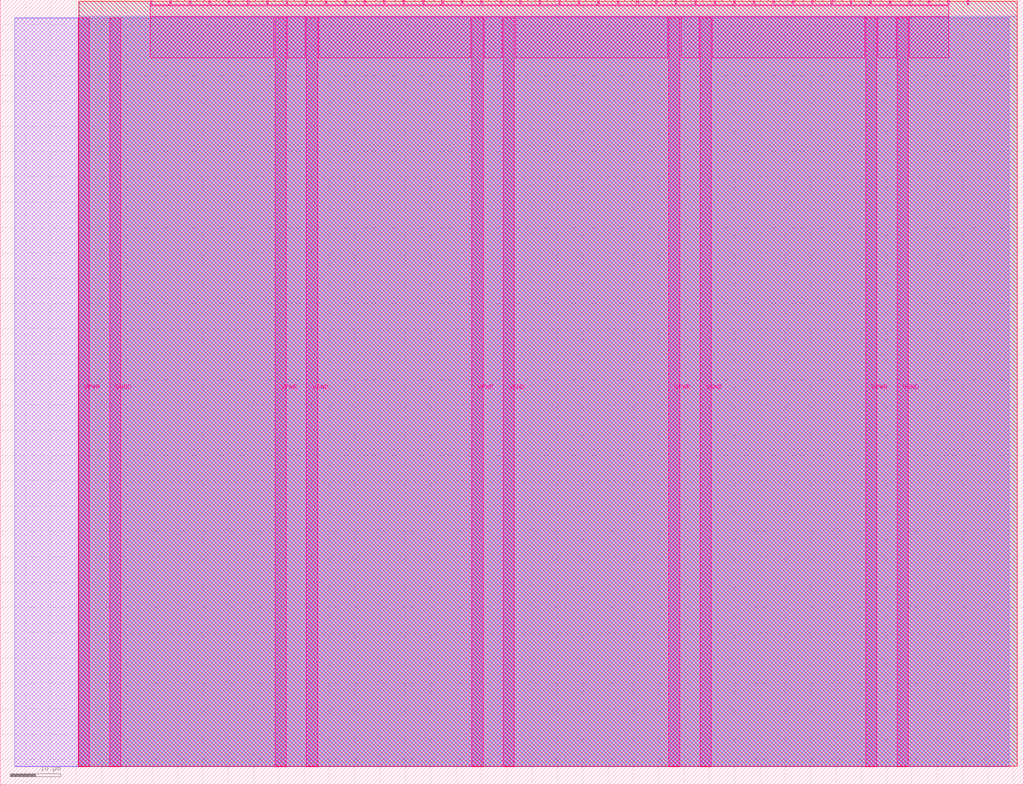
<source format=lef>
VERSION 5.7 ;
  NOWIREEXTENSIONATPIN ON ;
  DIVIDERCHAR "/" ;
  BUSBITCHARS "[]" ;
MACRO tt_um_UartMain
  CLASS BLOCK ;
  FOREIGN tt_um_UartMain ;
  ORIGIN 0.000 0.000 ;
  SIZE 202.080 BY 154.980 ;
  PIN VGND
    DIRECTION INOUT ;
    USE GROUND ;
    PORT
      LAYER Metal5 ;
        RECT 21.580 3.560 23.780 151.420 ;
    END
    PORT
      LAYER Metal5 ;
        RECT 60.450 3.560 62.650 151.420 ;
    END
    PORT
      LAYER Metal5 ;
        RECT 99.320 3.560 101.520 151.420 ;
    END
    PORT
      LAYER Metal5 ;
        RECT 138.190 3.560 140.390 151.420 ;
    END
    PORT
      LAYER Metal5 ;
        RECT 177.060 3.560 179.260 151.420 ;
    END
  END VGND
  PIN VPWR
    DIRECTION INOUT ;
    USE POWER ;
    PORT
      LAYER Metal5 ;
        RECT 15.380 3.560 17.580 151.420 ;
    END
    PORT
      LAYER Metal5 ;
        RECT 54.250 3.560 56.450 151.420 ;
    END
    PORT
      LAYER Metal5 ;
        RECT 93.120 3.560 95.320 151.420 ;
    END
    PORT
      LAYER Metal5 ;
        RECT 131.990 3.560 134.190 151.420 ;
    END
    PORT
      LAYER Metal5 ;
        RECT 170.860 3.560 173.060 151.420 ;
    END
  END VPWR
  PIN clk
    DIRECTION INPUT ;
    USE SIGNAL ;
    ANTENNAGATEAREA 0.213200 ;
    PORT
      LAYER Metal5 ;
        RECT 187.050 153.980 187.350 154.980 ;
    END
  END clk
  PIN ena
    DIRECTION INPUT ;
    USE SIGNAL ;
    PORT
      LAYER Metal5 ;
        RECT 190.890 153.980 191.190 154.980 ;
    END
  END ena
  PIN rst_n
    DIRECTION INPUT ;
    USE SIGNAL ;
    ANTENNAGATEAREA 0.213200 ;
    PORT
      LAYER Metal5 ;
        RECT 183.210 153.980 183.510 154.980 ;
    END
  END rst_n
  PIN ui_in[0]
    DIRECTION INPUT ;
    USE SIGNAL ;
    ANTENNAGATEAREA 0.180700 ;
    PORT
      LAYER Metal5 ;
        RECT 179.370 153.980 179.670 154.980 ;
    END
  END ui_in[0]
  PIN ui_in[1]
    DIRECTION INPUT ;
    USE SIGNAL ;
    PORT
      LAYER Metal5 ;
        RECT 175.530 153.980 175.830 154.980 ;
    END
  END ui_in[1]
  PIN ui_in[2]
    DIRECTION INPUT ;
    USE SIGNAL ;
    PORT
      LAYER Metal5 ;
        RECT 171.690 153.980 171.990 154.980 ;
    END
  END ui_in[2]
  PIN ui_in[3]
    DIRECTION INPUT ;
    USE SIGNAL ;
    PORT
      LAYER Metal5 ;
        RECT 167.850 153.980 168.150 154.980 ;
    END
  END ui_in[3]
  PIN ui_in[4]
    DIRECTION INPUT ;
    USE SIGNAL ;
    PORT
      LAYER Metal5 ;
        RECT 164.010 153.980 164.310 154.980 ;
    END
  END ui_in[4]
  PIN ui_in[5]
    DIRECTION INPUT ;
    USE SIGNAL ;
    PORT
      LAYER Metal5 ;
        RECT 160.170 153.980 160.470 154.980 ;
    END
  END ui_in[5]
  PIN ui_in[6]
    DIRECTION INPUT ;
    USE SIGNAL ;
    PORT
      LAYER Metal5 ;
        RECT 156.330 153.980 156.630 154.980 ;
    END
  END ui_in[6]
  PIN ui_in[7]
    DIRECTION INPUT ;
    USE SIGNAL ;
    ANTENNAGATEAREA 0.180700 ;
    PORT
      LAYER Metal5 ;
        RECT 152.490 153.980 152.790 154.980 ;
    END
  END ui_in[7]
  PIN uio_in[0]
    DIRECTION INPUT ;
    USE SIGNAL ;
    PORT
      LAYER Metal5 ;
        RECT 148.650 153.980 148.950 154.980 ;
    END
  END uio_in[0]
  PIN uio_in[1]
    DIRECTION INPUT ;
    USE SIGNAL ;
    PORT
      LAYER Metal5 ;
        RECT 144.810 153.980 145.110 154.980 ;
    END
  END uio_in[1]
  PIN uio_in[2]
    DIRECTION INPUT ;
    USE SIGNAL ;
    PORT
      LAYER Metal5 ;
        RECT 140.970 153.980 141.270 154.980 ;
    END
  END uio_in[2]
  PIN uio_in[3]
    DIRECTION INPUT ;
    USE SIGNAL ;
    PORT
      LAYER Metal5 ;
        RECT 137.130 153.980 137.430 154.980 ;
    END
  END uio_in[3]
  PIN uio_in[4]
    DIRECTION INPUT ;
    USE SIGNAL ;
    PORT
      LAYER Metal5 ;
        RECT 133.290 153.980 133.590 154.980 ;
    END
  END uio_in[4]
  PIN uio_in[5]
    DIRECTION INPUT ;
    USE SIGNAL ;
    PORT
      LAYER Metal5 ;
        RECT 129.450 153.980 129.750 154.980 ;
    END
  END uio_in[5]
  PIN uio_in[6]
    DIRECTION INPUT ;
    USE SIGNAL ;
    PORT
      LAYER Metal5 ;
        RECT 125.610 153.980 125.910 154.980 ;
    END
  END uio_in[6]
  PIN uio_in[7]
    DIRECTION INPUT ;
    USE SIGNAL ;
    PORT
      LAYER Metal5 ;
        RECT 121.770 153.980 122.070 154.980 ;
    END
  END uio_in[7]
  PIN uio_oe[0]
    DIRECTION OUTPUT ;
    USE SIGNAL ;
    ANTENNADIFFAREA 0.299200 ;
    PORT
      LAYER Metal5 ;
        RECT 56.490 153.980 56.790 154.980 ;
    END
  END uio_oe[0]
  PIN uio_oe[1]
    DIRECTION OUTPUT ;
    USE SIGNAL ;
    ANTENNADIFFAREA 0.299200 ;
    PORT
      LAYER Metal5 ;
        RECT 52.650 153.980 52.950 154.980 ;
    END
  END uio_oe[1]
  PIN uio_oe[2]
    DIRECTION OUTPUT ;
    USE SIGNAL ;
    ANTENNADIFFAREA 0.299200 ;
    PORT
      LAYER Metal5 ;
        RECT 48.810 153.980 49.110 154.980 ;
    END
  END uio_oe[2]
  PIN uio_oe[3]
    DIRECTION OUTPUT ;
    USE SIGNAL ;
    ANTENNADIFFAREA 0.299200 ;
    PORT
      LAYER Metal5 ;
        RECT 44.970 153.980 45.270 154.980 ;
    END
  END uio_oe[3]
  PIN uio_oe[4]
    DIRECTION OUTPUT ;
    USE SIGNAL ;
    ANTENNADIFFAREA 0.299200 ;
    PORT
      LAYER Metal5 ;
        RECT 41.130 153.980 41.430 154.980 ;
    END
  END uio_oe[4]
  PIN uio_oe[5]
    DIRECTION OUTPUT ;
    USE SIGNAL ;
    ANTENNADIFFAREA 0.299200 ;
    PORT
      LAYER Metal5 ;
        RECT 37.290 153.980 37.590 154.980 ;
    END
  END uio_oe[5]
  PIN uio_oe[6]
    DIRECTION OUTPUT ;
    USE SIGNAL ;
    ANTENNADIFFAREA 0.299200 ;
    PORT
      LAYER Metal5 ;
        RECT 33.450 153.980 33.750 154.980 ;
    END
  END uio_oe[6]
  PIN uio_oe[7]
    DIRECTION OUTPUT ;
    USE SIGNAL ;
    ANTENNADIFFAREA 0.299200 ;
    PORT
      LAYER Metal5 ;
        RECT 29.610 153.980 29.910 154.980 ;
    END
  END uio_oe[7]
  PIN uio_out[0]
    DIRECTION OUTPUT ;
    USE SIGNAL ;
    ANTENNADIFFAREA 0.299200 ;
    PORT
      LAYER Metal5 ;
        RECT 87.210 153.980 87.510 154.980 ;
    END
  END uio_out[0]
  PIN uio_out[1]
    DIRECTION OUTPUT ;
    USE SIGNAL ;
    ANTENNADIFFAREA 0.299200 ;
    PORT
      LAYER Metal5 ;
        RECT 83.370 153.980 83.670 154.980 ;
    END
  END uio_out[1]
  PIN uio_out[2]
    DIRECTION OUTPUT ;
    USE SIGNAL ;
    ANTENNADIFFAREA 0.299200 ;
    PORT
      LAYER Metal5 ;
        RECT 79.530 153.980 79.830 154.980 ;
    END
  END uio_out[2]
  PIN uio_out[3]
    DIRECTION OUTPUT ;
    USE SIGNAL ;
    ANTENNADIFFAREA 0.299200 ;
    PORT
      LAYER Metal5 ;
        RECT 75.690 153.980 75.990 154.980 ;
    END
  END uio_out[3]
  PIN uio_out[4]
    DIRECTION OUTPUT ;
    USE SIGNAL ;
    ANTENNADIFFAREA 0.299200 ;
    PORT
      LAYER Metal5 ;
        RECT 71.850 153.980 72.150 154.980 ;
    END
  END uio_out[4]
  PIN uio_out[5]
    DIRECTION OUTPUT ;
    USE SIGNAL ;
    ANTENNADIFFAREA 0.299200 ;
    PORT
      LAYER Metal5 ;
        RECT 68.010 153.980 68.310 154.980 ;
    END
  END uio_out[5]
  PIN uio_out[6]
    DIRECTION OUTPUT ;
    USE SIGNAL ;
    ANTENNADIFFAREA 0.299200 ;
    PORT
      LAYER Metal5 ;
        RECT 64.170 153.980 64.470 154.980 ;
    END
  END uio_out[6]
  PIN uio_out[7]
    DIRECTION OUTPUT ;
    USE SIGNAL ;
    ANTENNADIFFAREA 0.299200 ;
    PORT
      LAYER Metal5 ;
        RECT 60.330 153.980 60.630 154.980 ;
    END
  END uio_out[7]
  PIN uo_out[0]
    DIRECTION OUTPUT ;
    USE SIGNAL ;
    ANTENNADIFFAREA 0.654800 ;
    PORT
      LAYER Metal5 ;
        RECT 117.930 153.980 118.230 154.980 ;
    END
  END uo_out[0]
  PIN uo_out[1]
    DIRECTION OUTPUT ;
    USE SIGNAL ;
    ANTENNADIFFAREA 0.299200 ;
    PORT
      LAYER Metal5 ;
        RECT 114.090 153.980 114.390 154.980 ;
    END
  END uo_out[1]
  PIN uo_out[2]
    DIRECTION OUTPUT ;
    USE SIGNAL ;
    ANTENNADIFFAREA 0.299200 ;
    PORT
      LAYER Metal5 ;
        RECT 110.250 153.980 110.550 154.980 ;
    END
  END uo_out[2]
  PIN uo_out[3]
    DIRECTION OUTPUT ;
    USE SIGNAL ;
    ANTENNADIFFAREA 0.299200 ;
    PORT
      LAYER Metal5 ;
        RECT 106.410 153.980 106.710 154.980 ;
    END
  END uo_out[3]
  PIN uo_out[4]
    DIRECTION OUTPUT ;
    USE SIGNAL ;
    ANTENNADIFFAREA 0.299200 ;
    PORT
      LAYER Metal5 ;
        RECT 102.570 153.980 102.870 154.980 ;
    END
  END uo_out[4]
  PIN uo_out[5]
    DIRECTION OUTPUT ;
    USE SIGNAL ;
    ANTENNADIFFAREA 0.299200 ;
    PORT
      LAYER Metal5 ;
        RECT 98.730 153.980 99.030 154.980 ;
    END
  END uo_out[5]
  PIN uo_out[6]
    DIRECTION OUTPUT ;
    USE SIGNAL ;
    ANTENNADIFFAREA 0.299200 ;
    PORT
      LAYER Metal5 ;
        RECT 94.890 153.980 95.190 154.980 ;
    END
  END uo_out[6]
  PIN uo_out[7]
    DIRECTION OUTPUT ;
    USE SIGNAL ;
    ANTENNADIFFAREA 0.299200 ;
    PORT
      LAYER Metal5 ;
        RECT 91.050 153.980 91.350 154.980 ;
    END
  END uo_out[7]
  OBS
      LAYER GatPoly ;
        RECT 2.880 3.630 199.200 151.350 ;
      LAYER Metal1 ;
        RECT 2.880 3.560 199.200 151.420 ;
      LAYER Metal2 ;
        RECT 15.515 3.680 200.785 151.720 ;
      LAYER Metal3 ;
        RECT 15.560 3.635 200.740 154.705 ;
      LAYER Metal4 ;
        RECT 15.515 3.680 200.785 154.660 ;
      LAYER Metal5 ;
        RECT 30.120 153.770 33.240 153.980 ;
        RECT 33.960 153.770 37.080 153.980 ;
        RECT 37.800 153.770 40.920 153.980 ;
        RECT 41.640 153.770 44.760 153.980 ;
        RECT 45.480 153.770 48.600 153.980 ;
        RECT 49.320 153.770 52.440 153.980 ;
        RECT 53.160 153.770 56.280 153.980 ;
        RECT 57.000 153.770 60.120 153.980 ;
        RECT 60.840 153.770 63.960 153.980 ;
        RECT 64.680 153.770 67.800 153.980 ;
        RECT 68.520 153.770 71.640 153.980 ;
        RECT 72.360 153.770 75.480 153.980 ;
        RECT 76.200 153.770 79.320 153.980 ;
        RECT 80.040 153.770 83.160 153.980 ;
        RECT 83.880 153.770 87.000 153.980 ;
        RECT 87.720 153.770 90.840 153.980 ;
        RECT 91.560 153.770 94.680 153.980 ;
        RECT 95.400 153.770 98.520 153.980 ;
        RECT 99.240 153.770 102.360 153.980 ;
        RECT 103.080 153.770 106.200 153.980 ;
        RECT 106.920 153.770 110.040 153.980 ;
        RECT 110.760 153.770 113.880 153.980 ;
        RECT 114.600 153.770 117.720 153.980 ;
        RECT 118.440 153.770 121.560 153.980 ;
        RECT 122.280 153.770 125.400 153.980 ;
        RECT 126.120 153.770 129.240 153.980 ;
        RECT 129.960 153.770 133.080 153.980 ;
        RECT 133.800 153.770 136.920 153.980 ;
        RECT 137.640 153.770 140.760 153.980 ;
        RECT 141.480 153.770 144.600 153.980 ;
        RECT 145.320 153.770 148.440 153.980 ;
        RECT 149.160 153.770 152.280 153.980 ;
        RECT 153.000 153.770 156.120 153.980 ;
        RECT 156.840 153.770 159.960 153.980 ;
        RECT 160.680 153.770 163.800 153.980 ;
        RECT 164.520 153.770 167.640 153.980 ;
        RECT 168.360 153.770 171.480 153.980 ;
        RECT 172.200 153.770 175.320 153.980 ;
        RECT 176.040 153.770 179.160 153.980 ;
        RECT 179.880 153.770 183.000 153.980 ;
        RECT 183.720 153.770 186.840 153.980 ;
        RECT 29.660 151.630 187.300 153.770 ;
        RECT 29.660 143.495 54.040 151.630 ;
        RECT 56.660 143.495 60.240 151.630 ;
        RECT 62.860 143.495 92.910 151.630 ;
        RECT 95.530 143.495 99.110 151.630 ;
        RECT 101.730 143.495 131.780 151.630 ;
        RECT 134.400 143.495 137.980 151.630 ;
        RECT 140.600 143.495 170.650 151.630 ;
        RECT 173.270 143.495 176.850 151.630 ;
        RECT 179.470 143.495 187.300 151.630 ;
  END
END tt_um_UartMain
END LIBRARY


</source>
